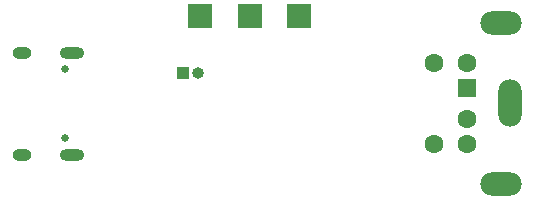
<source format=gbs>
%TF.GenerationSoftware,KiCad,Pcbnew,(6.0.5)*%
%TF.CreationDate,2025-03-09T20:53:28+01:00*%
%TF.ProjectId,PS2_to_USB_Converter,5053325f-746f-45f5-9553-425f436f6e76,rev?*%
%TF.SameCoordinates,Original*%
%TF.FileFunction,Soldermask,Bot*%
%TF.FilePolarity,Negative*%
%FSLAX46Y46*%
G04 Gerber Fmt 4.6, Leading zero omitted, Abs format (unit mm)*
G04 Created by KiCad (PCBNEW (6.0.5)) date 2025-03-09 20:53:28*
%MOMM*%
%LPD*%
G01*
G04 APERTURE LIST*
%ADD10R,2.000000X2.000000*%
%ADD11C,0.650000*%
%ADD12O,1.600000X1.000000*%
%ADD13O,2.100000X1.000000*%
%ADD14R,1.600000X1.600000*%
%ADD15C,1.600000*%
%ADD16O,2.000000X4.000000*%
%ADD17O,3.500000X2.000000*%
%ADD18R,1.000000X1.000000*%
%ADD19O,1.000000X1.000000*%
G04 APERTURE END LIST*
D10*
%TO.C,TP3*%
X142200000Y-94200000D03*
%TD*%
%TO.C,TP2*%
X150600000Y-94200000D03*
%TD*%
%TO.C,TP1*%
X146400000Y-94200000D03*
%TD*%
D11*
%TO.C,J1*%
X130800000Y-104490000D03*
X130800000Y-98710000D03*
D12*
X127150000Y-105920000D03*
X127150000Y-97280000D03*
D13*
X131330000Y-105920000D03*
X131330000Y-97280000D03*
%TD*%
D14*
%TO.C,J3*%
X164825000Y-100290000D03*
D15*
X164825000Y-102890000D03*
X164825000Y-98190000D03*
X164825000Y-104990000D03*
X162025000Y-98190000D03*
X162025000Y-104990000D03*
D16*
X168475000Y-101590000D03*
D17*
X167675000Y-94740000D03*
X167675000Y-108440000D03*
%TD*%
D18*
%TO.C,J2*%
X140750000Y-99000000D03*
D19*
X142020000Y-99000000D03*
%TD*%
M02*

</source>
